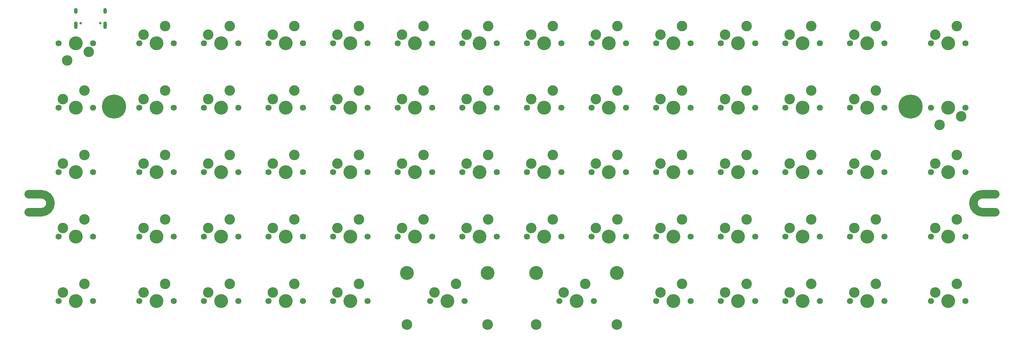
<source format=gbr>
%TF.GenerationSoftware,KiCad,Pcbnew,(5.1.6)-1*%
%TF.CreationDate,2020-08-12T01:23:20+02:00*%
%TF.ProjectId,boardswap,626f6172-6473-4776-9170-2e6b69636164,rev?*%
%TF.SameCoordinates,Original*%
%TF.FileFunction,Soldermask,Top*%
%TF.FilePolarity,Negative*%
%FSLAX46Y46*%
G04 Gerber Fmt 4.6, Leading zero omitted, Abs format (unit mm)*
G04 Created by KiCad (PCBNEW (5.1.6)-1) date 2020-08-12 01:23:20*
%MOMM*%
%LPD*%
G01*
G04 APERTURE LIST*
%ADD10C,2.501900*%
%ADD11C,1.801800*%
%ADD12C,4.087800*%
%ADD13C,3.100000*%
%ADD14C,1.100000*%
%ADD15C,7.100240*%
%ADD16C,7.101300*%
%ADD17C,3.148000*%
%ADD18O,1.100000X2.200000*%
%ADD19C,0.750000*%
%ADD20O,1.100000X1.700000*%
G04 APERTURE END LIST*
D10*
%TO.C,REF\u002A\u002A*%
X-18675000Y164361550D02*
X-14875000Y164361550D01*
X-18675000Y169663450D02*
X-14875000Y169663450D01*
X262525000Y164361550D02*
X266375000Y164361550D01*
X262525000Y169663450D02*
X266325000Y169663450D01*
X-14875000Y164361550D02*
G75*
G03*
X-12224050Y167012500I0J2650950D01*
G01*
X-12224050Y167012500D02*
G75*
G03*
X-14875000Y169663450I-2650950J0D01*
G01*
X262525000Y164361550D02*
G75*
G02*
X259874050Y167012500I0J2650950D01*
G01*
X259874050Y167012500D02*
G75*
G02*
X262525000Y169663450I2650950J0D01*
G01*
%TD*%
D11*
%TO.C,MX15*%
X-9842500Y195262500D03*
X317500Y195262500D03*
D12*
X-4762500Y195262500D03*
D13*
X-8572500Y197802500D03*
X-2222500Y200342500D03*
%TD*%
D14*
%TO.C,REF\u002A\u002A*%
X260686522Y165174022D03*
X262525000Y164412500D03*
X264567035Y164412500D03*
X264567035Y169612500D03*
X262525000Y169612500D03*
X260686522Y168850978D03*
X259925000Y167012500D03*
X-16917035Y164412500D03*
X-16917035Y169612500D03*
X-13036522Y165174022D03*
X-13036522Y168850978D03*
X-14875000Y164412500D03*
X-14875000Y169612500D03*
X-12275000Y167012500D03*
X242575000Y197929500D03*
X240175000Y197912500D03*
X240175000Y193312500D03*
X242575000Y193312500D03*
X241375000Y193312500D03*
X241375000Y197912500D03*
X8151346Y193986154D03*
X4898654Y193986154D03*
X8151346Y197238846D03*
X4898654Y197238846D03*
X6525000Y193312500D03*
X8825000Y195612500D03*
X4225000Y195612500D03*
X6525000Y197912500D03*
D15*
X241375000Y195612500D03*
D16*
X6525000Y195612500D03*
%TD*%
D11*
%TO.C,MX68*%
X247332500Y138112500D03*
X257492500Y138112500D03*
D12*
X252412500Y138112500D03*
D13*
X248602500Y140652500D03*
X254952500Y143192500D03*
%TD*%
D17*
%TO.C,REF\u002A\u002A*%
X154775000Y131127500D03*
X130975000Y131127500D03*
D12*
X154775000Y146367500D03*
X130975000Y146367500D03*
%TD*%
D17*
%TO.C,REF\u002A\u002A*%
X116675000Y131127500D03*
X92875000Y131127500D03*
D12*
X116675000Y146367500D03*
X92875000Y146367500D03*
%TD*%
D11*
%TO.C,MX67*%
X223520000Y138112500D03*
X233680000Y138112500D03*
D12*
X228600000Y138112500D03*
D13*
X224790000Y140652500D03*
X231140000Y143192500D03*
%TD*%
D11*
%TO.C,MX66*%
X204470000Y138112500D03*
X214630000Y138112500D03*
D12*
X209550000Y138112500D03*
D13*
X205740000Y140652500D03*
X212090000Y143192500D03*
%TD*%
D11*
%TO.C,MX65*%
X185420000Y138112500D03*
X195580000Y138112500D03*
D12*
X190500000Y138112500D03*
D13*
X186690000Y140652500D03*
X193040000Y143192500D03*
%TD*%
D11*
%TO.C,MX64*%
X166370000Y138112500D03*
X176530000Y138112500D03*
D12*
X171450000Y138112500D03*
D13*
X167640000Y140652500D03*
X173990000Y143192500D03*
%TD*%
D11*
%TO.C,MX63*%
X137795000Y138112500D03*
X147955000Y138112500D03*
D12*
X142875000Y138112500D03*
D13*
X139065000Y140652500D03*
X145415000Y143192500D03*
%TD*%
D11*
%TO.C,MX62*%
X99695000Y138112500D03*
X109855000Y138112500D03*
D12*
X104775000Y138112500D03*
D13*
X100965000Y140652500D03*
X107315000Y143192500D03*
%TD*%
D11*
%TO.C,MX61*%
X71120000Y138112500D03*
X81280000Y138112500D03*
D12*
X76200000Y138112500D03*
D13*
X72390000Y140652500D03*
X78740000Y143192500D03*
%TD*%
D11*
%TO.C,MX60*%
X52070000Y138112500D03*
X62230000Y138112500D03*
D12*
X57150000Y138112500D03*
D13*
X53340000Y140652500D03*
X59690000Y143192500D03*
%TD*%
D11*
%TO.C,MX59*%
X33020000Y138112500D03*
X43180000Y138112500D03*
D12*
X38100000Y138112500D03*
D13*
X34290000Y140652500D03*
X40640000Y143192500D03*
%TD*%
D11*
%TO.C,MX58*%
X13970000Y138112500D03*
X24130000Y138112500D03*
D12*
X19050000Y138112500D03*
D13*
X15240000Y140652500D03*
X21590000Y143192500D03*
%TD*%
D11*
%TO.C,MX57*%
X-9842500Y138112500D03*
X317500Y138112500D03*
D12*
X-4762500Y138112500D03*
D13*
X-8572500Y140652500D03*
X-2222500Y143192500D03*
%TD*%
D11*
%TO.C,MX56*%
X247332500Y157162500D03*
X257492500Y157162500D03*
D12*
X252412500Y157162500D03*
D13*
X248602500Y159702500D03*
X254952500Y162242500D03*
%TD*%
D11*
%TO.C,MX55*%
X223520000Y157162500D03*
X233680000Y157162500D03*
D12*
X228600000Y157162500D03*
D13*
X224790000Y159702500D03*
X231140000Y162242500D03*
%TD*%
D11*
%TO.C,MX54*%
X204470000Y157162500D03*
X214630000Y157162500D03*
D12*
X209550000Y157162500D03*
D13*
X205740000Y159702500D03*
X212090000Y162242500D03*
%TD*%
D11*
%TO.C,MX53*%
X185420000Y157162500D03*
X195580000Y157162500D03*
D12*
X190500000Y157162500D03*
D13*
X186690000Y159702500D03*
X193040000Y162242500D03*
%TD*%
D11*
%TO.C,MX52*%
X166370000Y157162500D03*
X176530000Y157162500D03*
D12*
X171450000Y157162500D03*
D13*
X167640000Y159702500D03*
X173990000Y162242500D03*
%TD*%
D11*
%TO.C,MX51*%
X147320000Y157162500D03*
X157480000Y157162500D03*
D12*
X152400000Y157162500D03*
D13*
X148590000Y159702500D03*
X154940000Y162242500D03*
%TD*%
D11*
%TO.C,MX50*%
X128270000Y157162500D03*
X138430000Y157162500D03*
D12*
X133350000Y157162500D03*
D13*
X129540000Y159702500D03*
X135890000Y162242500D03*
%TD*%
D11*
%TO.C,MX49*%
X109220000Y157162500D03*
X119380000Y157162500D03*
D12*
X114300000Y157162500D03*
D13*
X110490000Y159702500D03*
X116840000Y162242500D03*
%TD*%
D11*
%TO.C,MX48*%
X90170000Y157162500D03*
X100330000Y157162500D03*
D12*
X95250000Y157162500D03*
D13*
X91440000Y159702500D03*
X97790000Y162242500D03*
%TD*%
D11*
%TO.C,MX47*%
X71120000Y157162500D03*
X81280000Y157162500D03*
D12*
X76200000Y157162500D03*
D13*
X72390000Y159702500D03*
X78740000Y162242500D03*
%TD*%
D11*
%TO.C,MX46*%
X52070000Y157162500D03*
X62230000Y157162500D03*
D12*
X57150000Y157162500D03*
D13*
X53340000Y159702500D03*
X59690000Y162242500D03*
%TD*%
D11*
%TO.C,MX45*%
X33020000Y157162500D03*
X43180000Y157162500D03*
D12*
X38100000Y157162500D03*
D13*
X34290000Y159702500D03*
X40640000Y162242500D03*
%TD*%
D11*
%TO.C,MX44*%
X13970000Y157162500D03*
X24130000Y157162500D03*
D12*
X19050000Y157162500D03*
D13*
X15240000Y159702500D03*
X21590000Y162242500D03*
%TD*%
D11*
%TO.C,MX43*%
X-9842500Y157162500D03*
X317500Y157162500D03*
D12*
X-4762500Y157162500D03*
D13*
X-8572500Y159702500D03*
X-2222500Y162242500D03*
%TD*%
D11*
%TO.C,MX42*%
X247332500Y176212500D03*
X257492500Y176212500D03*
D12*
X252412500Y176212500D03*
D13*
X248602500Y178752500D03*
X254952500Y181292500D03*
%TD*%
D11*
%TO.C,MX41*%
X223520000Y176212500D03*
X233680000Y176212500D03*
D12*
X228600000Y176212500D03*
D13*
X224790000Y178752500D03*
X231140000Y181292500D03*
%TD*%
D11*
%TO.C,MX40*%
X204470000Y176212500D03*
X214630000Y176212500D03*
D12*
X209550000Y176212500D03*
D13*
X205740000Y178752500D03*
X212090000Y181292500D03*
%TD*%
D11*
%TO.C,MX39*%
X185420000Y176212500D03*
X195580000Y176212500D03*
D12*
X190500000Y176212500D03*
D13*
X186690000Y178752500D03*
X193040000Y181292500D03*
%TD*%
D11*
%TO.C,MX38*%
X166370000Y176212500D03*
X176530000Y176212500D03*
D12*
X171450000Y176212500D03*
D13*
X167640000Y178752500D03*
X173990000Y181292500D03*
%TD*%
D11*
%TO.C,MX37*%
X147320000Y176212500D03*
X157480000Y176212500D03*
D12*
X152400000Y176212500D03*
D13*
X148590000Y178752500D03*
X154940000Y181292500D03*
%TD*%
D11*
%TO.C,MX36*%
X128270000Y176212500D03*
X138430000Y176212500D03*
D12*
X133350000Y176212500D03*
D13*
X129540000Y178752500D03*
X135890000Y181292500D03*
%TD*%
D11*
%TO.C,MX35*%
X109220000Y176212500D03*
X119380000Y176212500D03*
D12*
X114300000Y176212500D03*
D13*
X110490000Y178752500D03*
X116840000Y181292500D03*
%TD*%
D11*
%TO.C,MX34*%
X90170000Y176212500D03*
X100330000Y176212500D03*
D12*
X95250000Y176212500D03*
D13*
X91440000Y178752500D03*
X97790000Y181292500D03*
%TD*%
D11*
%TO.C,MX33*%
X71120000Y176212500D03*
X81280000Y176212500D03*
D12*
X76200000Y176212500D03*
D13*
X72390000Y178752500D03*
X78740000Y181292500D03*
%TD*%
D11*
%TO.C,MX32*%
X52070000Y176212500D03*
X62230000Y176212500D03*
D12*
X57150000Y176212500D03*
D13*
X53340000Y178752500D03*
X59690000Y181292500D03*
%TD*%
D11*
%TO.C,MX31*%
X33020000Y176212500D03*
X43180000Y176212500D03*
D12*
X38100000Y176212500D03*
D13*
X34290000Y178752500D03*
X40640000Y181292500D03*
%TD*%
D11*
%TO.C,MX30*%
X13970000Y176212500D03*
X24130000Y176212500D03*
D12*
X19050000Y176212500D03*
D13*
X15240000Y178752500D03*
X21590000Y181292500D03*
%TD*%
D11*
%TO.C,MX29*%
X-9842500Y176212500D03*
X317500Y176212500D03*
D12*
X-4762500Y176212500D03*
D13*
X-8572500Y178752500D03*
X-2222500Y181292500D03*
%TD*%
D11*
%TO.C,MX28*%
X257492500Y195262500D03*
X247332500Y195262500D03*
D12*
X252412500Y195262500D03*
D13*
X256222500Y192722500D03*
X249872500Y190182500D03*
%TD*%
D11*
%TO.C,MX27*%
X223520000Y195262500D03*
X233680000Y195262500D03*
D12*
X228600000Y195262500D03*
D13*
X224790000Y197802500D03*
X231140000Y200342500D03*
%TD*%
D11*
%TO.C,MX26*%
X204470000Y195262500D03*
X214630000Y195262500D03*
D12*
X209550000Y195262500D03*
D13*
X205740000Y197802500D03*
X212090000Y200342500D03*
%TD*%
D11*
%TO.C,MX25*%
X185420000Y195262500D03*
X195580000Y195262500D03*
D12*
X190500000Y195262500D03*
D13*
X186690000Y197802500D03*
X193040000Y200342500D03*
%TD*%
D11*
%TO.C,MX24*%
X166370000Y195262500D03*
X176530000Y195262500D03*
D12*
X171450000Y195262500D03*
D13*
X167640000Y197802500D03*
X173990000Y200342500D03*
%TD*%
D11*
%TO.C,MX23*%
X147320000Y195262500D03*
X157480000Y195262500D03*
D12*
X152400000Y195262500D03*
D13*
X148590000Y197802500D03*
X154940000Y200342500D03*
%TD*%
D11*
%TO.C,MX22*%
X128270000Y195262500D03*
X138430000Y195262500D03*
D12*
X133350000Y195262500D03*
D13*
X129540000Y197802500D03*
X135890000Y200342500D03*
%TD*%
D11*
%TO.C,MX21*%
X109220000Y195262500D03*
X119380000Y195262500D03*
D12*
X114300000Y195262500D03*
D13*
X110490000Y197802500D03*
X116840000Y200342500D03*
%TD*%
D11*
%TO.C,MX20*%
X90170000Y195262500D03*
X100330000Y195262500D03*
D12*
X95250000Y195262500D03*
D13*
X91440000Y197802500D03*
X97790000Y200342500D03*
%TD*%
D11*
%TO.C,MX19*%
X71120000Y195262500D03*
X81280000Y195262500D03*
D12*
X76200000Y195262500D03*
D13*
X72390000Y197802500D03*
X78740000Y200342500D03*
%TD*%
D11*
%TO.C,MX18*%
X52070000Y195262500D03*
X62230000Y195262500D03*
D12*
X57150000Y195262500D03*
D13*
X53340000Y197802500D03*
X59690000Y200342500D03*
%TD*%
D11*
%TO.C,MX17*%
X33020000Y195262500D03*
X43180000Y195262500D03*
D12*
X38100000Y195262500D03*
D13*
X34290000Y197802500D03*
X40640000Y200342500D03*
%TD*%
D11*
%TO.C,MX16*%
X13970000Y195262500D03*
X24130000Y195262500D03*
D12*
X19050000Y195262500D03*
D13*
X15240000Y197802500D03*
X21590000Y200342500D03*
%TD*%
D11*
%TO.C,MX14*%
X247332500Y214312500D03*
X257492500Y214312500D03*
D12*
X252412500Y214312500D03*
D13*
X248602500Y216852500D03*
X254952500Y219392500D03*
%TD*%
D11*
%TO.C,MX13*%
X223520000Y214312500D03*
X233680000Y214312500D03*
D12*
X228600000Y214312500D03*
D13*
X224790000Y216852500D03*
X231140000Y219392500D03*
%TD*%
D11*
%TO.C,MX12*%
X204470000Y214312500D03*
X214630000Y214312500D03*
D12*
X209550000Y214312500D03*
D13*
X205740000Y216852500D03*
X212090000Y219392500D03*
%TD*%
D11*
%TO.C,MX11*%
X185420000Y214312500D03*
X195580000Y214312500D03*
D12*
X190500000Y214312500D03*
D13*
X186690000Y216852500D03*
X193040000Y219392500D03*
%TD*%
D11*
%TO.C,MX10*%
X166370000Y214312500D03*
X176530000Y214312500D03*
D12*
X171450000Y214312500D03*
D13*
X167640000Y216852500D03*
X173990000Y219392500D03*
%TD*%
D11*
%TO.C,MX9*%
X147320000Y214312500D03*
X157480000Y214312500D03*
D12*
X152400000Y214312500D03*
D13*
X148590000Y216852500D03*
X154940000Y219392500D03*
%TD*%
D11*
%TO.C,MX8*%
X128270000Y214312500D03*
X138430000Y214312500D03*
D12*
X133350000Y214312500D03*
D13*
X129540000Y216852500D03*
X135890000Y219392500D03*
%TD*%
D11*
%TO.C,MX7*%
X109220000Y214312500D03*
X119380000Y214312500D03*
D12*
X114300000Y214312500D03*
D13*
X110490000Y216852500D03*
X116840000Y219392500D03*
%TD*%
D11*
%TO.C,MX6*%
X90170000Y214312500D03*
X100330000Y214312500D03*
D12*
X95250000Y214312500D03*
D13*
X91440000Y216852500D03*
X97790000Y219392500D03*
%TD*%
D11*
%TO.C,MX5*%
X71120000Y214312500D03*
X81280000Y214312500D03*
D12*
X76200000Y214312500D03*
D13*
X72390000Y216852500D03*
X78740000Y219392500D03*
%TD*%
D11*
%TO.C,MX4*%
X52070000Y214312500D03*
X62230000Y214312500D03*
D12*
X57150000Y214312500D03*
D13*
X53340000Y216852500D03*
X59690000Y219392500D03*
%TD*%
D11*
%TO.C,MX3*%
X33020000Y214312500D03*
X43180000Y214312500D03*
D12*
X38100000Y214312500D03*
D13*
X34290000Y216852500D03*
X40640000Y219392500D03*
%TD*%
D11*
%TO.C,MX2*%
X13970000Y214312500D03*
X24130000Y214312500D03*
D12*
X19050000Y214312500D03*
D13*
X15240000Y216852500D03*
X21590000Y219392500D03*
%TD*%
D11*
%TO.C,MX1*%
X317500Y214312500D03*
X-9842500Y214312500D03*
D12*
X-4762500Y214312500D03*
D13*
X-952500Y211772500D03*
X-7302500Y209232500D03*
%TD*%
D18*
%TO.C,J1*%
X3850000Y219657500D03*
X-4790000Y219657500D03*
D19*
X-3360000Y220187500D03*
D20*
X-4790000Y223837500D03*
D19*
X2420000Y220187500D03*
D20*
X3850000Y223837500D03*
%TD*%
M02*

</source>
